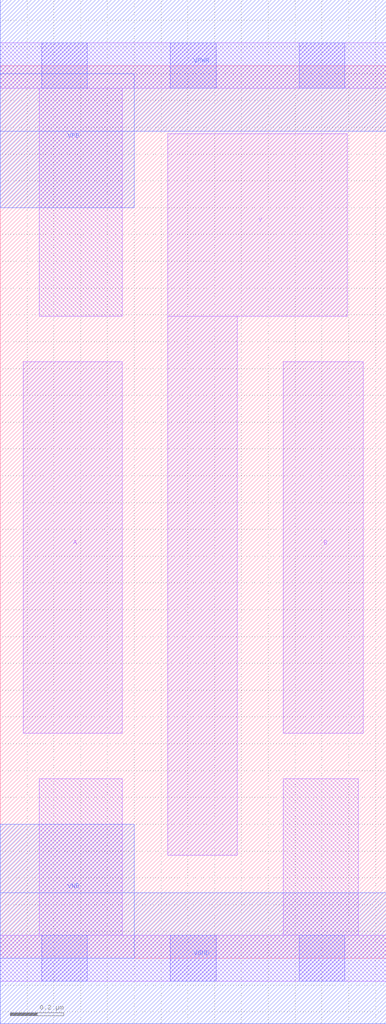
<source format=lef>
# Copyright 2020 The SkyWater PDK Authors
#
# Licensed under the Apache License, Version 2.0 (the "License");
# you may not use this file except in compliance with the License.
# You may obtain a copy of the License at
#
#     https://www.apache.org/licenses/LICENSE-2.0
#
# Unless required by applicable law or agreed to in writing, software
# distributed under the License is distributed on an "AS IS" BASIS,
# WITHOUT WARRANTIES OR CONDITIONS OF ANY KIND, either express or implied.
# See the License for the specific language governing permissions and
# limitations under the License.
#
# SPDX-License-Identifier: Apache-2.0

VERSION 5.5 ;
NAMESCASESENSITIVE ON ;
BUSBITCHARS "[]" ;
DIVIDERCHAR "/" ;
MACRO sky130_fd_sc_lp__nor2_0
  CLASS CORE ;
  SOURCE USER ;
  ORIGIN  0.000000  0.000000 ;
  SIZE  1.440000 BY  3.330000 ;
  SYMMETRY X Y R90 ;
  SITE unit ;
  PIN A
    ANTENNAGATEAREA  0.159000 ;
    DIRECTION INPUT ;
    USE SIGNAL ;
    PORT
      LAYER li1 ;
        RECT 0.085000 0.840000 0.455000 2.225000 ;
    END
  END A
  PIN B
    ANTENNAGATEAREA  0.159000 ;
    DIRECTION INPUT ;
    USE SIGNAL ;
    PORT
      LAYER li1 ;
        RECT 1.055000 0.840000 1.355000 2.225000 ;
    END
  END B
  PIN Y
    ANTENNADIFFAREA  0.287200 ;
    DIRECTION OUTPUT ;
    USE SIGNAL ;
    PORT
      LAYER li1 ;
        RECT 0.625000 0.385000 0.885000 2.395000 ;
        RECT 0.625000 2.395000 1.295000 3.075000 ;
    END
  END Y
  PIN VGND
    DIRECTION INOUT ;
    USE GROUND ;
    PORT
      LAYER met1 ;
        RECT 0.000000 -0.245000 1.440000 0.245000 ;
    END
  END VGND
  PIN VNB
    DIRECTION INOUT ;
    USE GROUND ;
    PORT
      LAYER met1 ;
        RECT 0.000000 0.000000 0.500000 0.500000 ;
    END
  END VNB
  PIN VPB
    DIRECTION INOUT ;
    USE POWER ;
    PORT
      LAYER met1 ;
        RECT 0.000000 2.800000 0.500000 3.300000 ;
    END
  END VPB
  PIN VPWR
    DIRECTION INOUT ;
    USE POWER ;
    PORT
      LAYER met1 ;
        RECT 0.000000 3.085000 1.440000 3.575000 ;
    END
  END VPWR
  OBS
    LAYER li1 ;
      RECT 0.000000 -0.085000 1.440000 0.085000 ;
      RECT 0.000000  3.245000 1.440000 3.415000 ;
      RECT 0.145000  0.085000 0.455000 0.670000 ;
      RECT 0.145000  2.395000 0.455000 3.245000 ;
      RECT 1.055000  0.085000 1.335000 0.670000 ;
    LAYER mcon ;
      RECT 0.155000 -0.085000 0.325000 0.085000 ;
      RECT 0.155000  3.245000 0.325000 3.415000 ;
      RECT 0.635000 -0.085000 0.805000 0.085000 ;
      RECT 0.635000  3.245000 0.805000 3.415000 ;
      RECT 1.115000 -0.085000 1.285000 0.085000 ;
      RECT 1.115000  3.245000 1.285000 3.415000 ;
  END
END sky130_fd_sc_lp__nor2_0

</source>
